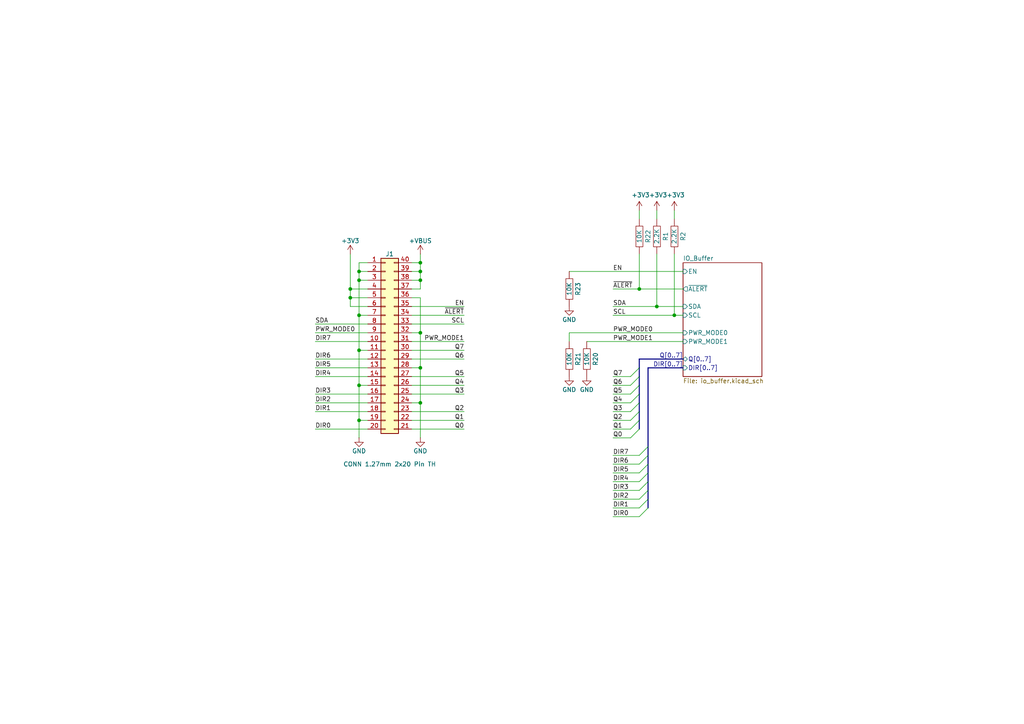
<source format=kicad_sch>
(kicad_sch (version 20250114) (generator "eeschema") (generator_version "9.0")
  (paper "A4")
  (lib_symbols
    (symbol "glasgow_revD_io_wing:CONN 1.27mm 2x20 Pin TH" (pin_names (offset 1.016) (hide yes))
      (property "Reference" "J" (at 1.27 25.4 0))
      (property "Value" "CONN 1.27mm 2x20 Pin TH" (at 1.27 -27.94 0))
      (symbol "CONN 1.27mm 2x20 Pin TH_1_1"
        (rectangle (start -1.27 24.13) (end 3.81 -26.67) (stroke (width 0.254)) (fill (type background)))
        (rectangle (start -1.27 22.987) (end 0 22.733) (stroke (width 0.1524)))
        (rectangle (start -1.27 20.447) (end 0 20.193) (stroke (width 0.1524)))
        (rectangle (start -1.27 17.907) (end 0 17.653) (stroke (width 0.1524)))
        (rectangle (start -1.27 15.367) (end 0 15.113) (stroke (width 0.1524)))
        (rectangle (start -1.27 12.827) (end 0 12.573) (stroke (width 0.1524)))
        (rectangle (start -1.27 10.287) (end 0 10.033) (stroke (width 0.1524)))
        (rectangle (start -1.27 7.747) (end 0 7.493) (stroke (width 0.1524)))
        (rectangle (start -1.27 5.207) (end 0 4.953) (stroke (width 0.1524)))
        (rectangle (start -1.27 2.667) (end 0 2.413) (stroke (width 0.1524)))
        (rectangle (start -1.27 0.127) (end 0 -0.127) (stroke (width 0.1524)))
        (rectangle (start -1.27 -2.413) (end 0 -2.667) (stroke (width 0.1524)))
        (rectangle (start -1.27 -4.953) (end 0 -5.207) (stroke (width 0.1524)))
        (rectangle (start -1.27 -7.493) (end 0 -7.747) (stroke (width 0.1524)))
        (rectangle (start -1.27 -10.033) (end 0 -10.287) (stroke (width 0.1524)))
        (rectangle (start -1.27 -12.573) (end 0 -12.827) (stroke (width 0.1524)))
        (rectangle (start -1.27 -15.113) (end 0 -15.367) (stroke (width 0.1524)))
        (rectangle (start -1.27 -17.653) (end 0 -17.907) (stroke (width 0.1524)))
        (rectangle (start -1.27 -20.193) (end 0 -20.447) (stroke (width 0.1524)))
        (rectangle (start -1.27 -22.733) (end 0 -22.987) (stroke (width 0.1524)))
        (rectangle (start -1.27 -25.273) (end 0 -25.527) (stroke (width 0.1524)))
        (rectangle (start 3.81 22.987) (end 2.54 22.733) (stroke (width 0.1524)))
        (rectangle (start 3.81 20.447) (end 2.54 20.193) (stroke (width 0.1524)))
        (rectangle (start 3.81 17.907) (end 2.54 17.653) (stroke (width 0.1524)))
        (rectangle (start 3.81 15.367) (end 2.54 15.113) (stroke (width 0.1524)))
        (rectangle (start 3.81 12.827) (end 2.54 12.573) (stroke (width 0.1524)))
        (rectangle (start 3.81 10.287) (end 2.54 10.033) (stroke (width 0.1524)))
        (rectangle (start 3.81 7.747) (end 2.54 7.493) (stroke (width 0.1524)))
        (rectangle (start 3.81 5.207) (end 2.54 4.953) (stroke (width 0.1524)))
        (rectangle (start 3.81 2.667) (end 2.54 2.413) (stroke (width 0.1524)))
        (rectangle (start 3.81 0.127) (end 2.54 -0.127) (stroke (width 0.1524)))
        (rectangle (start 3.81 -2.413) (end 2.54 -2.667) (stroke (width 0.1524)))
        (rectangle (start 3.81 -4.953) (end 2.54 -5.207) (stroke (width 0.1524)))
        (rectangle (start 3.81 -7.493) (end 2.54 -7.747) (stroke (width 0.1524)))
        (rectangle (start 3.81 -10.033) (end 2.54 -10.287) (stroke (width 0.1524)))
        (rectangle (start 3.81 -12.573) (end 2.54 -12.827) (stroke (width 0.1524)))
        (rectangle (start 3.81 -15.113) (end 2.54 -15.367) (stroke (width 0.1524)))
        (rectangle (start 3.81 -17.653) (end 2.54 -17.907) (stroke (width 0.1524)))
        (rectangle (start 3.81 -20.193) (end 2.54 -20.447) (stroke (width 0.1524)))
        (rectangle (start 3.81 -22.733) (end 2.54 -22.987) (stroke (width 0.1524)))
        (rectangle (start 3.81 -25.273) (end 2.54 -25.527) (stroke (width 0.1524)))
        (pin passive line (at -5.08 22.86 0) (length 3.81) (name "Pin_1") (number "1"))
        (pin passive line (at -5.08 20.32 0) (length 3.81) (name "Pin_2") (number "2"))
        (pin passive line (at -5.08 17.78 0) (length 3.81) (name "Pin_3") (number "3"))
        (pin passive line (at -5.08 15.24 0) (length 3.81) (name "Pin_4") (number "4"))
        (pin passive line (at -5.08 12.7 0) (length 3.81) (name "Pin_5") (number "5"))
        (pin passive line (at -5.08 10.16 0) (length 3.81) (name "Pin_6") (number "6"))
        (pin passive line (at -5.08 7.62 0) (length 3.81) (name "Pin_7") (number "7"))
        (pin passive line (at -5.08 5.08 0) (length 3.81) (name "Pin_8") (number "8"))
        (pin passive line (at -5.08 2.54 0) (length 3.81) (name "Pin_9") (number "9"))
        (pin passive line (at -5.08 0 0) (length 3.81) (name "Pin_10") (number "10"))
        (pin passive line (at -5.08 -2.54 0) (length 3.81) (name "Pin_11") (number "11"))
        (pin passive line (at -5.08 -5.08 0) (length 3.81) (name "Pin_12") (number "12"))
        (pin passive line (at -5.08 -7.62 0) (length 3.81) (name "Pin_13") (number "13"))
        (pin passive line (at -5.08 -10.16 0) (length 3.81) (name "Pin_14") (number "14"))
        (pin passive line (at -5.08 -12.7 0) (length 3.81) (name "Pin_15") (number "15"))
        (pin passive line (at -5.08 -15.24 0) (length 3.81) (name "Pin_16") (number "16"))
        (pin passive line (at -5.08 -17.78 0) (length 3.81) (name "Pin_17") (number "17"))
        (pin passive line (at -5.08 -20.32 0) (length 3.81) (name "Pin_18") (number "18"))
        (pin passive line (at -5.08 -22.86 0) (length 3.81) (name "Pin_19") (number "19"))
        (pin passive line (at -5.08 -25.4 0) (length 3.81) (name "Pin_20") (number "20"))
        (pin passive line (at 7.62 22.86 180) (length 3.81) (name "Pin_40") (number "40"))
        (pin passive line (at 7.62 20.32 180) (length 3.81) (name "Pin_39") (number "39"))
        (pin passive line (at 7.62 17.78 180) (length 3.81) (name "Pin_38") (number "38"))
        (pin passive line (at 7.62 15.24 180) (length 3.81) (name "Pin_37") (number "37"))
        (pin passive line (at 7.62 12.7 180) (length 3.81) (name "Pin_36") (number "36"))
        (pin passive line (at 7.62 10.16 180) (length 3.81) (name "Pin_35") (number "35"))
        (pin passive line (at 7.62 7.62 180) (length 3.81) (name "Pin_34") (number "34"))
        (pin passive line (at 7.62 5.08 180) (length 3.81) (name "Pin_33") (number "33"))
        (pin passive line (at 7.62 2.54 180) (length 3.81) (name "Pin_32") (number "32"))
        (pin passive line (at 7.62 0 180) (length 3.81) (name "Pin_31") (number "31"))
        (pin passive line (at 7.62 -2.54 180) (length 3.81) (name "Pin_30") (number "30"))
        (pin passive line (at 7.62 -5.08 180) (length 3.81) (name "Pin_29") (number "29"))
        (pin passive line (at 7.62 -7.62 180) (length 3.81) (name "Pin_28") (number "28"))
        (pin passive line (at 7.62 -10.16 180) (length 3.81) (name "Pin_27") (number "27"))
        (pin passive line (at 7.62 -12.7 180) (length 3.81) (name "Pin_26") (number "26"))
        (pin passive line (at 7.62 -15.24 180) (length 3.81) (name "Pin_25") (number "25"))
        (pin passive line (at 7.62 -17.78 180) (length 3.81) (name "Pin_24") (number "24"))
        (pin passive line (at 7.62 -20.32 180) (length 3.81) (name "Pin_23") (number "23"))
        (pin passive line (at 7.62 -22.86 180) (length 3.81) (name "Pin_22") (number "22"))
        (pin passive line (at 7.62 -25.4 180) (length 3.81) (name "Pin_21") (number "21"))
      )
    )
    (symbol "glasgow_revD_io_wing:RES 10K OHM 1% 1/10W 0402" (pin_numbers (hide yes)) (pin_names (hide yes))
      (property "Reference" "R" (at 0 0 0))
      (property "Value" "10K" (at 0 0 0))
      (symbol "RES 10K OHM 1% 1/10W 0402_1_0"
        (rectangle (start 3 1.056) (end -3 -0.976))
        (pin passive line (at -5.08 0 0) (length 2) (name "2") (number "2"))
        (pin passive line (at 5.08 0 180) (length 2) (name "1") (number "1"))
      )
    )
    (symbol "glasgow_revD_io_wing:RES 2.2K OHM 1% 1/10W 0402" (pin_numbers (hide yes)) (pin_names (hide yes))
      (property "Reference" "R" (at 0 0 0))
      (property "Value" "2.2K" (at 0 0 0))
      (symbol "RES 2.2K OHM 1% 1/10W 0402_1_0"
        (rectangle (start 3 1.056) (end -3 -0.976))
        (pin passive line (at -5.08 0 0) (length 2) (name "1") (number "1"))
        (pin passive line (at 5.08 0 180) (length 2) (name "2") (number "2"))
      )
    )
    (symbol "power:+3.3V" (power) (pin_numbers (hide yes)) (pin_names (offset 0) (hide yes))
      (property "Value" "+3.3V" (at 0 3.556 0))
      (symbol "+3.3V_0_1"
        (polyline (pts (xy -0.762 1.27) (xy 0 2.54)))
        (polyline (pts (xy 0 2.54) (xy 0.762 1.27)))
        (polyline (pts (xy 0 0) (xy 0 2.54)))
      )
      (symbol "+3.3V_1_1"
        (pin power_in line (at 0 0 90) (length 0) (name "~") (number "1"))
      )
    )
    (symbol "power:GND" (power) (pin_numbers (hide yes)) (pin_names (offset 0) (hide yes))
      (property "Value" "GND" (at 0 -3.81 0))
      (symbol "GND_0_1"
        (polyline (pts (xy 0 0) (xy 0 -1.27) (xy 1.27 -1.27) (xy 0 -2.54) (xy -1.27 -1.27) (xy 0 -1.27)))
      )
      (symbol "GND_1_1"
        (pin power_in line (at 0 0 270) (length 0) (name "~") (number "1"))
      )
    )
  )
  (junction (at 190.5 88.9))
  (junction (at 121.92 96.52))
  (junction (at 121.92 116.84))
  (junction (at 101.6 83.82))
  (junction (at 104.14 81.28))
  (junction (at 104.14 121.92))
  (junction (at 104.14 78.74))
  (junction (at 121.92 106.68))
  (junction (at 121.92 81.28))
  (junction (at 101.6 86.36))
  (junction (at 121.92 78.74))
  (junction (at 185.42 83.82))
  (junction (at 104.14 111.76))
  (junction (at 104.14 101.6))
  (junction (at 104.14 91.44))
  (junction (at 195.58 91.44))
  (junction (at 121.92 76.2))
  (bus_entry (at 185.42 114.3) (size -2.54 2.54))
  (bus_entry (at 187.96 134.62) (size -2.54 2.54))
  (bus_entry (at 185.42 124.46) (size -2.54 2.54))
  (bus_entry (at 185.42 121.92) (size -2.54 2.54))
  (bus_entry (at 185.42 119.38) (size -2.54 2.54))
  (bus_entry (at 187.96 144.78) (size -2.54 2.54))
  (bus_entry (at 187.96 132.08) (size -2.54 2.54))
  (bus_entry (at 185.42 111.76) (size -2.54 2.54))
  (bus_entry (at 185.42 109.22) (size -2.54 2.54))
  (bus_entry (at 187.96 147.32) (size -2.54 2.54))
  (bus_entry (at 187.96 137.16) (size -2.54 2.54))
  (bus_entry (at 187.96 139.7) (size -2.54 2.54))
  (bus_entry (at 185.42 116.84) (size -2.54 2.54))
  (bus_entry (at 185.42 106.68) (size -2.54 2.54))
  (bus_entry (at 187.96 129.54) (size -2.54 2.54))
  (bus_entry (at 187.96 142.24) (size -2.54 2.54))
  (wire (pts (xy 165.1 99.06) (xy 165.1 96.52)))
  (wire (pts (xy 104.14 76.2) (xy 104.14 78.74)))
  (wire (pts (xy 119.38 124.46) (xy 134.62 124.46)))
  (wire (pts (xy 190.5 60.96) (xy 190.5 63.5)))
  (wire (pts (xy 106.68 91.44) (xy 104.14 91.44)))
  (wire (pts (xy 119.38 86.36) (xy 121.92 86.36)))
  (wire (pts (xy 91.44 124.46) (xy 106.68 124.46)))
  (wire (pts (xy 165.1 96.52) (xy 198.12 96.52)))
  (wire (pts (xy 91.44 106.68) (xy 106.68 106.68)))
  (bus (pts (xy 185.42 109.22) (xy 185.42 111.76)))
  (bus (pts (xy 187.96 137.16) (xy 187.96 139.7)))
  (wire (pts (xy 121.92 76.2) (xy 121.92 78.74)))
  (wire (pts (xy 91.44 96.52) (xy 106.68 96.52)))
  (wire (pts (xy 182.88 111.76) (xy 177.8 111.76)))
  (wire (pts (xy 198.12 91.44) (xy 195.58 91.44)))
  (bus (pts (xy 187.96 106.68) (xy 187.96 129.54)))
  (wire (pts (xy 91.44 114.3) (xy 106.68 114.3)))
  (wire (pts (xy 119.38 99.06) (xy 134.62 99.06)))
  (wire (pts (xy 119.38 96.52) (xy 121.92 96.52)))
  (wire (pts (xy 119.38 91.44) (xy 134.62 91.44)))
  (wire (pts (xy 182.88 114.3) (xy 177.8 114.3)))
  (wire (pts (xy 119.38 106.68) (xy 121.92 106.68)))
  (wire (pts (xy 104.14 111.76) (xy 104.14 121.92)))
  (wire (pts (xy 185.42 137.16) (xy 177.8 137.16)))
  (wire (pts (xy 106.68 116.84) (xy 91.44 116.84)))
  (wire (pts (xy 185.42 132.08) (xy 177.8 132.08)))
  (wire (pts (xy 119.38 116.84) (xy 121.92 116.84)))
  (wire (pts (xy 119.38 78.74) (xy 121.92 78.74)))
  (wire (pts (xy 121.92 81.28) (xy 121.92 83.82)))
  (wire (pts (xy 121.92 73.66) (xy 121.92 76.2)))
  (wire (pts (xy 106.68 121.92) (xy 104.14 121.92)))
  (bus (pts (xy 185.42 116.84) (xy 185.42 119.38)))
  (wire (pts (xy 121.92 116.84) (xy 121.92 127)))
  (wire (pts (xy 119.38 76.2) (xy 121.92 76.2)))
  (wire (pts (xy 198.12 88.9) (xy 190.5 88.9)))
  (wire (pts (xy 106.68 81.28) (xy 104.14 81.28)))
  (wire (pts (xy 104.14 78.74) (xy 104.14 81.28)))
  (wire (pts (xy 185.42 142.24) (xy 177.8 142.24)))
  (wire (pts (xy 91.44 93.98) (xy 106.68 93.98)))
  (wire (pts (xy 119.38 121.92) (xy 134.62 121.92)))
  (wire (pts (xy 119.38 83.82) (xy 121.92 83.82)))
  (wire (pts (xy 185.42 149.86) (xy 177.8 149.86)))
  (wire (pts (xy 121.92 86.36) (xy 121.92 96.52)))
  (wire (pts (xy 119.38 119.38) (xy 134.62 119.38)))
  (wire (pts (xy 119.38 88.9) (xy 134.62 88.9)))
  (wire (pts (xy 185.42 144.78) (xy 177.8 144.78)))
  (wire (pts (xy 106.68 111.76) (xy 104.14 111.76)))
  (wire (pts (xy 119.38 114.3) (xy 134.62 114.3)))
  (wire (pts (xy 101.6 83.82) (xy 101.6 86.36)))
  (bus (pts (xy 185.42 111.76) (xy 185.42 114.3)))
  (bus (pts (xy 185.42 121.92) (xy 185.42 124.46)))
  (wire (pts (xy 182.88 119.38) (xy 177.8 119.38)))
  (wire (pts (xy 106.68 101.6) (xy 104.14 101.6)))
  (wire (pts (xy 101.6 83.82) (xy 106.68 83.82)))
  (wire (pts (xy 91.44 104.14) (xy 106.68 104.14)))
  (wire (pts (xy 104.14 81.28) (xy 104.14 91.44)))
  (wire (pts (xy 119.38 101.6) (xy 134.62 101.6)))
  (wire (pts (xy 106.68 78.74) (xy 104.14 78.74)))
  (wire (pts (xy 106.68 119.38) (xy 91.44 119.38)))
  (wire (pts (xy 185.42 60.96) (xy 185.42 63.5)))
  (wire (pts (xy 185.42 147.32) (xy 177.8 147.32)))
  (wire (pts (xy 101.6 86.36) (xy 101.6 88.9)))
  (wire (pts (xy 177.8 88.9) (xy 190.5 88.9)))
  (wire (pts (xy 165.1 78.74) (xy 198.12 78.74)))
  (wire (pts (xy 182.88 127) (xy 177.8 127)))
  (wire (pts (xy 104.14 121.92) (xy 104.14 127)))
  (wire (pts (xy 182.88 116.84) (xy 177.8 116.84)))
  (bus (pts (xy 198.12 106.68) (xy 187.96 106.68)))
  (wire (pts (xy 91.44 99.06) (xy 106.68 99.06)))
  (wire (pts (xy 119.38 93.98) (xy 134.62 93.98)))
  (wire (pts (xy 185.42 73.66) (xy 185.42 83.82)))
  (wire (pts (xy 195.58 60.96) (xy 195.58 63.5)))
  (wire (pts (xy 177.8 83.82) (xy 185.42 83.82)))
  (wire (pts (xy 119.38 104.14) (xy 134.62 104.14)))
  (wire (pts (xy 119.38 111.76) (xy 134.62 111.76)))
  (bus (pts (xy 185.42 114.3) (xy 185.42 116.84)))
  (wire (pts (xy 119.38 81.28) (xy 121.92 81.28)))
  (wire (pts (xy 106.68 76.2) (xy 104.14 76.2)))
  (wire (pts (xy 182.88 121.92) (xy 177.8 121.92)))
  (wire (pts (xy 170.18 99.06) (xy 198.12 99.06)))
  (wire (pts (xy 182.88 109.22) (xy 177.8 109.22)))
  (wire (pts (xy 121.92 96.52) (xy 121.92 106.68)))
  (wire (pts (xy 101.6 88.9) (xy 106.68 88.9)))
  (wire (pts (xy 91.44 109.22) (xy 106.68 109.22)))
  (bus (pts (xy 187.96 142.24) (xy 187.96 144.78)))
  (wire (pts (xy 121.92 78.74) (xy 121.92 81.28)))
  (wire (pts (xy 185.42 139.7) (xy 177.8 139.7)))
  (wire (pts (xy 101.6 73.66) (xy 101.6 83.82)))
  (wire (pts (xy 101.6 86.36) (xy 106.68 86.36)))
  (wire (pts (xy 104.14 101.6) (xy 104.14 111.76)))
  (wire (pts (xy 104.14 91.44) (xy 104.14 101.6)))
  (bus (pts (xy 185.42 104.14) (xy 198.12 104.14)))
  (bus (pts (xy 185.42 106.68) (xy 185.42 109.22)))
  (bus (pts (xy 187.96 139.7) (xy 187.96 142.24)))
  (wire (pts (xy 119.38 109.22) (xy 134.62 109.22)))
  (wire (pts (xy 185.42 83.82) (xy 198.12 83.82)))
  (bus (pts (xy 187.96 134.62) (xy 187.96 137.16)))
  (bus (pts (xy 185.42 106.68) (xy 185.42 104.14)))
  (wire (pts (xy 177.8 91.44) (xy 195.58 91.44)))
  (bus (pts (xy 187.96 129.54) (xy 187.96 132.08)))
  (wire (pts (xy 195.58 73.66) (xy 195.58 91.44)))
  (bus (pts (xy 187.96 144.78) (xy 187.96 147.32)))
  (bus (pts (xy 185.42 119.38) (xy 185.42 121.92)))
  (wire (pts (xy 182.88 124.46) (xy 177.8 124.46)))
  (wire (pts (xy 121.92 106.68) (xy 121.92 116.84)))
  (wire (pts (xy 190.5 73.66) (xy 190.5 88.9)))
  (bus (pts (xy 187.96 132.08) (xy 187.96 134.62)))
  (wire (pts (xy 185.42 134.62) (xy 177.8 134.62)))
  (label "Q2" (at 134.62 119.38 180))
  (label "DIR7" (at 91.44 99.06 0))
  (label "Q5" (at 177.8 114.3 0))
  (label "DIR2" (at 91.44 116.84 0))
  (label "SDA" (at 91.44 93.98 0))
  (label "Q3" (at 134.62 114.3 180))
  (label "PWR_MODE1" (at 134.62 99.06 180))
  (label "DIR3" (at 91.44 114.3 0))
  (label "Q[0..7]" (at 198.12 104.14 180))
  (label "SCL" (at 134.62 93.98 180))
  (label "EN" (at 177.8 78.74 0))
  (label "DIR4" (at 177.8 139.7 0))
  (label "DIR3" (at 177.8 142.24 0))
  (label "Q2" (at 177.8 121.92 0))
  (label "DIR[0..7]" (at 198.12 106.68 180))
  (label "PWR_MODE0" (at 177.8 96.52 0))
  (label "~{ALERT}" (at 177.8 83.82 0))
  (label "Q4" (at 177.8 116.84 0))
  (label "SCL" (at 177.8 91.44 0))
  (label "DIR5" (at 91.44 106.68 0))
  (label "Q4" (at 134.62 111.76 180))
  (label "Q7" (at 134.62 101.6 180))
  (label "Q7" (at 177.8 109.22 0))
  (label "Q0" (at 177.8 127 0))
  (label "DIR6" (at 91.44 104.14 0))
  (label "PWR_MODE0" (at 91.44 96.52 0))
  (label "SDA" (at 177.8 88.9 0))
  (label "DIR4" (at 91.44 109.22 0))
  (label "DIR6" (at 177.8 134.62 0))
  (label "Q1" (at 177.8 124.46 0))
  (label "DIR5" (at 177.8 137.16 0))
  (label "Q1" (at 134.62 121.92 180))
  (label "DIR2" (at 177.8 144.78 0))
  (label "Q5" (at 134.62 109.22 180))
  (label "PWR_MODE1" (at 177.8 99.06 0))
  (label "~{ALERT}" (at 134.62 91.44 180))
  (label "DIR1" (at 91.44 119.38 0))
  (label "DIR0" (at 91.44 124.46 0))
  (label "DIR7" (at 177.8 132.08 0))
  (label "Q0" (at 134.62 124.46 180))
  (label "Q3" (at 177.8 119.38 0))
  (label "EN" (at 134.62 88.9 180))
  (label "DIR1" (at 177.8 147.32 0))
  (label "Q6" (at 134.62 104.14 180))
  (label "Q6" (at 177.8 111.76 0))
  (label "DIR0" (at 177.8 149.86 0))
  (symbol (lib_id "power:GND") (at 165.1 88.9 0) (unit 1)
    (property "Reference" "#PWR094" (effects (hide yes)))
    (property "Value" "GND" (at 165.1 92.71 0))
    (property "Description" "Power symbol creates a global label with name \"GND\" , ground" (effects (hide yes)))
  )
  (symbol (lib_id "glasgow_revD_io_wing:RES 10K OHM 1% 1/10W 0402") (at 170.18 104.14 270) (unit 1)
    (property "Reference" "R20" (at 172.72 104.14 0))
    (property "Value" "10K" (at 170.18 104.14 0))
    (property "Footprint" "glasgow_revD_io_wing:GEN_R_0402" (effects (hide yes)))
    (property "Datasheet" "https://www.mouser.com/datasheet/2/447/PYu-RC_Group_51_RoHS_L_10-1527934.pdf" (effects (hide yes)))
    (property "TOLERANCE" "1%" (effects (hide yes)))
    (property "PACKAGE" "0402" (effects (hide yes)))
    (property "SUPPLIER 1" "Mouser" (effects (hide yes)))
    (property "SUPPLIER PART NUMBER 1" "667-ERJ-2RKF1002X" (effects (hide yes)))
    (property "MANUFACTURER" "Panasonic" (effects (hide yes)))
    (property "MANUFACTURER PART NUMBER" "ERJ-2RKF1002X" (effects (hide yes)))
  )
  (symbol (lib_id "glasgow_revD_io_wing:CONN 1.27mm 2x20 Pin TH") (at 111.76 99.06 0) (unit 1)
    (property "Reference" "J1" (at 113.03 73.66 0))
    (property "Value" "CONN 1.27mm 2x20 Pin TH" (at 113.03 134.62 0))
    (property "Footprint" "glasgow_revD_io_wing:PinHeader_2x20_P1.27mm_Vertical" (effects (hide yes)))
    (property "Description" "Generic connector, double row, 02x20, counter clockwise pin numbering scheme (similar to DIP package numbering), script generated (kicad-library-utils/schlib/autogen/connector/)" (effects (hide yes)))
  )
  (symbol (lib_id "power:+3.3V") (at 190.5 60.96 0) (unit 1)
    (property "Reference" "#PWR05" (effects (hide yes)))
    (property "Value" "+3V3" (at 190.881 56.5658 0))
    (property "Description" "Power symbol creates a global label with name \"+3.3V\"" (effects (hide yes)))
  )
  (symbol (lib_id "glasgow_revD_io_wing:RES 10K OHM 1% 1/10W 0402") (at 185.42 68.58 270) (unit 1)
    (property "Reference" "R22" (at 187.96 68.58 0))
    (property "Value" "10K" (at 185.42 68.58 0))
    (property "Footprint" "glasgow_revD_io_wing:GEN_R_0402" (effects (hide yes)))
    (property "Datasheet" "https://www.mouser.com/datasheet/2/447/PYu-RC_Group_51_RoHS_L_10-1527934.pdf" (effects (hide yes)))
    (property "TOLERANCE" "1%" (effects (hide yes)))
    (property "PACKAGE" "0402" (effects (hide yes)))
    (property "SUPPLIER 1" "Mouser" (effects (hide yes)))
    (property "SUPPLIER PART NUMBER 1" "667-ERJ-2RKF1002X" (effects (hide yes)))
    (property "MANUFACTURER" "Panasonic" (effects (hide yes)))
    (property "MANUFACTURER PART NUMBER" "ERJ-2RKF1002X" (effects (hide yes)))
  )
  (symbol (lib_id "power:+3.3V") (at 101.6 73.66 0) (unit 1)
    (property "Reference" "#PWR01" (effects (hide yes)))
    (property "Value" "+3V3" (at 101.6 69.85 0))
    (property "Description" "Power symbol creates a global label with name \"+3.3V\"" (effects (hide yes)))
  )
  (symbol (lib_id "power:GND") (at 165.1 109.22 0) (unit 1)
    (property "Reference" "#PWR093" (effects (hide yes)))
    (property "Value" "GND" (at 165.1 113.03 0))
    (property "Description" "Power symbol creates a global label with name \"GND\" , ground" (effects (hide yes)))
  )
  (symbol (lib_id "power:GND") (at 170.18 109.22 0) (unit 1)
    (property "Reference" "#PWR092" (effects (hide yes)))
    (property "Value" "GND" (at 170.18 113.03 0))
    (property "Description" "Power symbol creates a global label with name \"GND\" , ground" (effects (hide yes)))
  )
  (symbol (lib_id "glasgow_revD_io_wing:RES 2.2K OHM 1% 1/10W 0402") (at 195.58 68.58 270) (unit 1)
    (property "Reference" "R2" (at 198.12 68.58 0))
    (property "Value" "2.2K" (at 195.58 68.58 0))
    (property "Footprint" "glasgow_revD_io_wing:GEN_R_0402" (effects (hide yes)))
    (property "Datasheet" "https://www.mouser.com/datasheet/2/447/PYu-RC_Group_51_RoHS_L_10-1527934.pdf" (effects (hide yes)))
    (property "TOLERANCE" "1%" (effects (hide yes)))
    (property "PACKAGE" "0402" (effects (hide yes)))
    (property "SUPPLIER 1" "Mouser" (effects (hide yes)))
    (property "SUPPLIER PART NUMBER 1" "603-RC0402FR-132K2L" (effects (hide yes)))
    (property "MANUFACTURER" "Yageo" (effects (hide yes)))
    (property "MANUFACTURER PART NUMBER" "RC0402FR-132K2L" (effects (hide yes)))
  )
  (symbol (lib_id "power:+3.3V") (at 185.42 60.96 0) (unit 1)
    (property "Reference" "#PWR091" (effects (hide yes)))
    (property "Value" "+3V3" (at 185.801 56.5658 0))
    (property "Description" "Power symbol creates a global label with name \"+3.3V\"" (effects (hide yes)))
  )
  (symbol (lib_id "power:GND") (at 104.14 127 0) (unit 1)
    (property "Reference" "#PWR02" (effects (hide yes)))
    (property "Value" "GND" (at 104.14 130.81 0))
    (property "Description" "Power symbol creates a global label with name \"GND\" , ground" (effects (hide yes)))
  )
  (symbol (lib_id "glasgow_revD_io_wing:RES 10K OHM 1% 1/10W 0402") (at 165.1 104.14 270) (unit 1)
    (property "Reference" "R21" (at 167.64 104.14 0))
    (property "Value" "10K" (at 165.1 104.14 0))
    (property "Footprint" "glasgow_revD_io_wing:GEN_R_0402" (effects (hide yes)))
    (property "Datasheet" "https://www.mouser.com/datasheet/2/447/PYu-RC_Group_51_RoHS_L_10-1527934.pdf" (effects (hide yes)))
    (property "TOLERANCE" "1%" (effects (hide yes)))
    (property "PACKAGE" "0402" (effects (hide yes)))
    (property "SUPPLIER 1" "Mouser" (effects (hide yes)))
    (property "SUPPLIER PART NUMBER 1" "667-ERJ-2RKF1002X" (effects (hide yes)))
    (property "MANUFACTURER" "Panasonic" (effects (hide yes)))
    (property "MANUFACTURER PART NUMBER" "ERJ-2RKF1002X" (effects (hide yes)))
  )
  (symbol (lib_id "power:GND") (at 121.92 127 0) (unit 1)
    (property "Reference" "#PWR04" (effects (hide yes)))
    (property "Value" "GND" (at 121.92 130.81 0))
    (property "Description" "Power symbol creates a global label with name \"GND\" , ground" (effects (hide yes)))
  )
  (symbol (lib_id "glasgow_revD_io_wing:RES 10K OHM 1% 1/10W 0402") (at 165.1 83.82 270) (unit 1)
    (property "Reference" "R23" (at 167.64 83.82 0))
    (property "Value" "10K" (at 165.1 83.82 0))
    (property "Footprint" "glasgow_revD_io_wing:GEN_R_0402" (effects (hide yes)))
    (property "Datasheet" "https://www.mouser.com/datasheet/2/447/PYu-RC_Group_51_RoHS_L_10-1527934.pdf" (effects (hide yes)))
    (property "TOLERANCE" "1%" (effects (hide yes)))
    (property "PACKAGE" "0402" (effects (hide yes)))
    (property "SUPPLIER 1" "Mouser" (effects (hide yes)))
    (property "SUPPLIER PART NUMBER 1" "667-ERJ-2RKF1002X" (effects (hide yes)))
    (property "MANUFACTURER" "Panasonic" (effects (hide yes)))
    (property "MANUFACTURER PART NUMBER" "ERJ-2RKF1002X" (effects (hide yes)))
  )
  (symbol (lib_id "power:+3.3V") (at 195.58 60.96 0) (unit 1)
    (property "Reference" "#PWR06" (effects (hide yes)))
    (property "Value" "+3V3" (at 195.961 56.5658 0))
    (property "Description" "Power symbol creates a global label with name \"+3.3V\"" (effects (hide yes)))
  )
  (symbol (lib_id "glasgow_revD_io_wing:RES 2.2K OHM 1% 1/10W 0402") (at 190.5 68.58 270) (unit 1)
    (property "Reference" "R1" (at 193.04 68.58 0))
    (property "Value" "2.2K" (at 190.5 68.58 0))
    (property "Footprint" "glasgow_revD_io_wing:GEN_R_0402" (effects (hide yes)))
    (property "Datasheet" "https://www.mouser.com/datasheet/2/447/PYu-RC_Group_51_RoHS_L_10-1527934.pdf" (effects (hide yes)))
    (property "TOLERANCE" "1%" (effects (hide yes)))
    (property "PACKAGE" "0402" (effects (hide yes)))
    (property "SUPPLIER 1" "Mouser" (effects (hide yes)))
    (property "SUPPLIER PART NUMBER 1" "603-RC0402FR-132K2L" (effects (hide yes)))
    (property "MANUFACTURER" "Yageo" (effects (hide yes)))
    (property "MANUFACTURER PART NUMBER" "RC0402FR-132K2L" (effects (hide yes)))
  )
  (symbol (lib_id "power:+3.3V") (at 121.92 73.66 0) (mirror y) (unit 1)
    (property "Reference" "#PWR03" (effects (hide yes)))
    (property "Value" "+VBUS" (at 121.92 69.85 0))
    (property "Description" "Power symbol creates a global label with name \"+3.3V\"" (effects (hide yes)))
  )
  (sheet (at 198.12 76.2) (size 22.86 33.02)
    (property "Sheetname" "IO_Buffer" (at 198.12 74.93 0) (effects (justify left)))
    (property "Sheetfile" "io_buffer.kicad_sch" (at 198.12 110.49 0) (effects (justify left)))
    (pin "SDA" input (at 198.12 88.9 180))
    (pin "SCL" input (at 198.12 91.44 180))
    (pin "~{ALERT}" output (at 198.12 83.82 180))
    (pin "Q[0..7]" bidirectional (at 198.12 104.14 180))
    (pin "DIR[0..7]" input (at 198.12 106.68 180))
    (pin "EN" input (at 198.12 78.74 180))
    (pin "PWR_MODE1" input (at 198.12 99.06 180))
    (pin "PWR_MODE0" input (at 198.12 96.52 180))
  )
)
</source>
